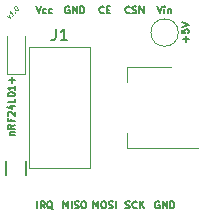
<source format=gto>
G04 #@! TF.FileFunction,Legend,Top*
%FSLAX46Y46*%
G04 Gerber Fmt 4.6, Leading zero omitted, Abs format (unit mm)*
G04 Created by KiCad (PCBNEW 4.0.7) date 2018 April 02, Monday 02:54:30*
%MOMM*%
%LPD*%
G01*
G04 APERTURE LIST*
%ADD10C,0.100000*%
%ADD11C,0.150000*%
%ADD12C,0.120000*%
G04 APERTURE END LIST*
D10*
X175151077Y-107950000D02*
G75*
G03X175151077Y-107950000I-1161077J0D01*
G01*
D11*
X175810857Y-108721429D02*
X175810857Y-108264286D01*
X176039429Y-108492857D02*
X175582286Y-108492857D01*
X175439429Y-107692858D02*
X175439429Y-107978572D01*
X175725143Y-108007143D01*
X175696571Y-107978572D01*
X175668000Y-107921429D01*
X175668000Y-107778572D01*
X175696571Y-107721429D01*
X175725143Y-107692858D01*
X175782286Y-107664286D01*
X175925143Y-107664286D01*
X175982286Y-107692858D01*
X176010857Y-107721429D01*
X176039429Y-107778572D01*
X176039429Y-107921429D01*
X176010857Y-107978572D01*
X175982286Y-108007143D01*
X175439429Y-107492857D02*
X176039429Y-107292857D01*
X175439429Y-107092857D01*
D10*
X160660051Y-106553731D02*
X160892386Y-106698519D01*
X160794738Y-106419044D01*
X161215635Y-106375270D02*
X161054010Y-106536895D01*
X161134822Y-106456083D02*
X160887335Y-106137885D01*
X160895753Y-106210279D01*
X160892386Y-106267521D01*
X160877233Y-106309611D01*
X161313282Y-106223748D02*
X161338537Y-106225431D01*
X161336852Y-106254052D01*
X161311599Y-106252369D01*
X161313282Y-106223748D01*
X161336852Y-106254052D01*
X161277927Y-105747292D02*
X161304864Y-105720355D01*
X161343587Y-105708570D01*
X161368841Y-105710254D01*
X161405880Y-105727090D01*
X161466488Y-105774230D01*
X161525415Y-105849991D01*
X161559086Y-105924070D01*
X161569188Y-105967842D01*
X161567504Y-105996464D01*
X161552352Y-106038553D01*
X161525415Y-106065490D01*
X161486692Y-106077276D01*
X161461438Y-106075592D01*
X161424399Y-106058756D01*
X161363790Y-106011616D01*
X161304864Y-105935855D01*
X161271193Y-105861777D01*
X161261092Y-105818004D01*
X161262775Y-105789383D01*
X161277927Y-105747292D01*
D11*
X160907429Y-116615858D02*
X161307429Y-116615858D01*
X160964571Y-116615858D02*
X160936000Y-116587286D01*
X160907429Y-116530144D01*
X160907429Y-116444429D01*
X160936000Y-116387286D01*
X160993143Y-116358715D01*
X161307429Y-116358715D01*
X161307429Y-115730144D02*
X161021714Y-115930144D01*
X161307429Y-116073001D02*
X160707429Y-116073001D01*
X160707429Y-115844429D01*
X160736000Y-115787287D01*
X160764571Y-115758715D01*
X160821714Y-115730144D01*
X160907429Y-115730144D01*
X160964571Y-115758715D01*
X160993143Y-115787287D01*
X161021714Y-115844429D01*
X161021714Y-116073001D01*
X160993143Y-115273001D02*
X160993143Y-115473001D01*
X161307429Y-115473001D02*
X160707429Y-115473001D01*
X160707429Y-115187287D01*
X160764571Y-114987286D02*
X160736000Y-114958715D01*
X160707429Y-114901572D01*
X160707429Y-114758715D01*
X160736000Y-114701572D01*
X160764571Y-114673001D01*
X160821714Y-114644429D01*
X160878857Y-114644429D01*
X160964571Y-114673001D01*
X161307429Y-115015858D01*
X161307429Y-114644429D01*
X160907429Y-114130143D02*
X161307429Y-114130143D01*
X160678857Y-114273000D02*
X161107429Y-114415857D01*
X161107429Y-114044429D01*
X161307429Y-113530143D02*
X161307429Y-113815857D01*
X160707429Y-113815857D01*
X160707429Y-113215857D02*
X160707429Y-113158714D01*
X160736000Y-113101571D01*
X160764571Y-113073000D01*
X160821714Y-113044429D01*
X160936000Y-113015857D01*
X161078857Y-113015857D01*
X161193143Y-113044429D01*
X161250286Y-113073000D01*
X161278857Y-113101571D01*
X161307429Y-113158714D01*
X161307429Y-113215857D01*
X161278857Y-113273000D01*
X161250286Y-113301571D01*
X161193143Y-113330143D01*
X161078857Y-113358714D01*
X160936000Y-113358714D01*
X160821714Y-113330143D01*
X160764571Y-113301571D01*
X160736000Y-113273000D01*
X160707429Y-113215857D01*
X161307429Y-112444428D02*
X161307429Y-112787285D01*
X161307429Y-112615857D02*
X160707429Y-112615857D01*
X160793143Y-112673000D01*
X160850286Y-112730142D01*
X160878857Y-112787285D01*
X161078857Y-112187285D02*
X161078857Y-111730142D01*
X161307429Y-111958713D02*
X160850286Y-111958713D01*
X165912858Y-105745000D02*
X165855715Y-105716429D01*
X165770001Y-105716429D01*
X165684286Y-105745000D01*
X165627144Y-105802143D01*
X165598572Y-105859286D01*
X165570001Y-105973571D01*
X165570001Y-106059286D01*
X165598572Y-106173571D01*
X165627144Y-106230714D01*
X165684286Y-106287857D01*
X165770001Y-106316429D01*
X165827144Y-106316429D01*
X165912858Y-106287857D01*
X165941429Y-106259286D01*
X165941429Y-106059286D01*
X165827144Y-106059286D01*
X166198572Y-106316429D02*
X166198572Y-105716429D01*
X166541429Y-106316429D01*
X166541429Y-105716429D01*
X166827143Y-106316429D02*
X166827143Y-105716429D01*
X166970000Y-105716429D01*
X167055715Y-105745000D01*
X167112857Y-105802143D01*
X167141429Y-105859286D01*
X167170000Y-105973571D01*
X167170000Y-106059286D01*
X167141429Y-106173571D01*
X167112857Y-106230714D01*
X167055715Y-106287857D01*
X166970000Y-106316429D01*
X166827143Y-106316429D01*
X163115714Y-105716429D02*
X163315714Y-106316429D01*
X163515714Y-105716429D01*
X163972857Y-106287857D02*
X163915714Y-106316429D01*
X163801428Y-106316429D01*
X163744286Y-106287857D01*
X163715714Y-106259286D01*
X163687143Y-106202143D01*
X163687143Y-106030714D01*
X163715714Y-105973571D01*
X163744286Y-105945000D01*
X163801428Y-105916429D01*
X163915714Y-105916429D01*
X163972857Y-105945000D01*
X164487143Y-106287857D02*
X164430000Y-106316429D01*
X164315714Y-106316429D01*
X164258572Y-106287857D01*
X164230000Y-106259286D01*
X164201429Y-106202143D01*
X164201429Y-106030714D01*
X164230000Y-105973571D01*
X164258572Y-105945000D01*
X164315714Y-105916429D01*
X164430000Y-105916429D01*
X164487143Y-105945000D01*
X171035714Y-106259286D02*
X171007143Y-106287857D01*
X170921429Y-106316429D01*
X170864286Y-106316429D01*
X170778571Y-106287857D01*
X170721429Y-106230714D01*
X170692857Y-106173571D01*
X170664286Y-106059286D01*
X170664286Y-105973571D01*
X170692857Y-105859286D01*
X170721429Y-105802143D01*
X170778571Y-105745000D01*
X170864286Y-105716429D01*
X170921429Y-105716429D01*
X171007143Y-105745000D01*
X171035714Y-105773571D01*
X171264286Y-106287857D02*
X171350000Y-106316429D01*
X171492857Y-106316429D01*
X171550000Y-106287857D01*
X171578571Y-106259286D01*
X171607143Y-106202143D01*
X171607143Y-106145000D01*
X171578571Y-106087857D01*
X171550000Y-106059286D01*
X171492857Y-106030714D01*
X171378571Y-106002143D01*
X171321429Y-105973571D01*
X171292857Y-105945000D01*
X171264286Y-105887857D01*
X171264286Y-105830714D01*
X171292857Y-105773571D01*
X171321429Y-105745000D01*
X171378571Y-105716429D01*
X171521429Y-105716429D01*
X171607143Y-105745000D01*
X171864286Y-106316429D02*
X171864286Y-105716429D01*
X172207143Y-106316429D01*
X172207143Y-105716429D01*
X167967143Y-122826429D02*
X167967143Y-122226429D01*
X168167143Y-122655000D01*
X168367143Y-122226429D01*
X168367143Y-122826429D01*
X168767143Y-122226429D02*
X168881429Y-122226429D01*
X168938571Y-122255000D01*
X168995714Y-122312143D01*
X169024286Y-122426429D01*
X169024286Y-122626429D01*
X168995714Y-122740714D01*
X168938571Y-122797857D01*
X168881429Y-122826429D01*
X168767143Y-122826429D01*
X168710000Y-122797857D01*
X168652857Y-122740714D01*
X168624286Y-122626429D01*
X168624286Y-122426429D01*
X168652857Y-122312143D01*
X168710000Y-122255000D01*
X168767143Y-122226429D01*
X169252857Y-122797857D02*
X169338571Y-122826429D01*
X169481428Y-122826429D01*
X169538571Y-122797857D01*
X169567142Y-122769286D01*
X169595714Y-122712143D01*
X169595714Y-122655000D01*
X169567142Y-122597857D01*
X169538571Y-122569286D01*
X169481428Y-122540714D01*
X169367142Y-122512143D01*
X169310000Y-122483571D01*
X169281428Y-122455000D01*
X169252857Y-122397857D01*
X169252857Y-122340714D01*
X169281428Y-122283571D01*
X169310000Y-122255000D01*
X169367142Y-122226429D01*
X169510000Y-122226429D01*
X169595714Y-122255000D01*
X169852857Y-122826429D02*
X169852857Y-122226429D01*
X163215715Y-122826429D02*
X163215715Y-122226429D01*
X163844286Y-122826429D02*
X163644286Y-122540714D01*
X163501429Y-122826429D02*
X163501429Y-122226429D01*
X163730001Y-122226429D01*
X163787143Y-122255000D01*
X163815715Y-122283571D01*
X163844286Y-122340714D01*
X163844286Y-122426429D01*
X163815715Y-122483571D01*
X163787143Y-122512143D01*
X163730001Y-122540714D01*
X163501429Y-122540714D01*
X164501429Y-122883571D02*
X164444286Y-122855000D01*
X164387143Y-122797857D01*
X164301429Y-122712143D01*
X164244286Y-122683571D01*
X164187143Y-122683571D01*
X164215715Y-122826429D02*
X164158572Y-122797857D01*
X164101429Y-122740714D01*
X164072858Y-122626429D01*
X164072858Y-122426429D01*
X164101429Y-122312143D01*
X164158572Y-122255000D01*
X164215715Y-122226429D01*
X164330001Y-122226429D01*
X164387143Y-122255000D01*
X164444286Y-122312143D01*
X164472858Y-122426429D01*
X164472858Y-122626429D01*
X164444286Y-122740714D01*
X164387143Y-122797857D01*
X164330001Y-122826429D01*
X164215715Y-122826429D01*
X173375715Y-105716429D02*
X173575715Y-106316429D01*
X173775715Y-105716429D01*
X173975715Y-106316429D02*
X173975715Y-105916429D01*
X173975715Y-105716429D02*
X173947144Y-105745000D01*
X173975715Y-105773571D01*
X174004287Y-105745000D01*
X173975715Y-105716429D01*
X173975715Y-105773571D01*
X174261429Y-105916429D02*
X174261429Y-106316429D01*
X174261429Y-105973571D02*
X174290001Y-105945000D01*
X174347143Y-105916429D01*
X174432858Y-105916429D01*
X174490001Y-105945000D01*
X174518572Y-106002143D01*
X174518572Y-106316429D01*
X173532858Y-122255000D02*
X173475715Y-122226429D01*
X173390001Y-122226429D01*
X173304286Y-122255000D01*
X173247144Y-122312143D01*
X173218572Y-122369286D01*
X173190001Y-122483571D01*
X173190001Y-122569286D01*
X173218572Y-122683571D01*
X173247144Y-122740714D01*
X173304286Y-122797857D01*
X173390001Y-122826429D01*
X173447144Y-122826429D01*
X173532858Y-122797857D01*
X173561429Y-122769286D01*
X173561429Y-122569286D01*
X173447144Y-122569286D01*
X173818572Y-122826429D02*
X173818572Y-122226429D01*
X174161429Y-122826429D01*
X174161429Y-122226429D01*
X174447143Y-122826429D02*
X174447143Y-122226429D01*
X174590000Y-122226429D01*
X174675715Y-122255000D01*
X174732857Y-122312143D01*
X174761429Y-122369286D01*
X174790000Y-122483571D01*
X174790000Y-122569286D01*
X174761429Y-122683571D01*
X174732857Y-122740714D01*
X174675715Y-122797857D01*
X174590000Y-122826429D01*
X174447143Y-122826429D01*
X165427143Y-122826429D02*
X165427143Y-122226429D01*
X165627143Y-122655000D01*
X165827143Y-122226429D01*
X165827143Y-122826429D01*
X166112857Y-122826429D02*
X166112857Y-122226429D01*
X166370000Y-122797857D02*
X166455714Y-122826429D01*
X166598571Y-122826429D01*
X166655714Y-122797857D01*
X166684285Y-122769286D01*
X166712857Y-122712143D01*
X166712857Y-122655000D01*
X166684285Y-122597857D01*
X166655714Y-122569286D01*
X166598571Y-122540714D01*
X166484285Y-122512143D01*
X166427143Y-122483571D01*
X166398571Y-122455000D01*
X166370000Y-122397857D01*
X166370000Y-122340714D01*
X166398571Y-122283571D01*
X166427143Y-122255000D01*
X166484285Y-122226429D01*
X166627143Y-122226429D01*
X166712857Y-122255000D01*
X167084286Y-122226429D02*
X167198572Y-122226429D01*
X167255714Y-122255000D01*
X167312857Y-122312143D01*
X167341429Y-122426429D01*
X167341429Y-122626429D01*
X167312857Y-122740714D01*
X167255714Y-122797857D01*
X167198572Y-122826429D01*
X167084286Y-122826429D01*
X167027143Y-122797857D01*
X166970000Y-122740714D01*
X166941429Y-122626429D01*
X166941429Y-122426429D01*
X166970000Y-122312143D01*
X167027143Y-122255000D01*
X167084286Y-122226429D01*
X170678572Y-122797857D02*
X170764286Y-122826429D01*
X170907143Y-122826429D01*
X170964286Y-122797857D01*
X170992857Y-122769286D01*
X171021429Y-122712143D01*
X171021429Y-122655000D01*
X170992857Y-122597857D01*
X170964286Y-122569286D01*
X170907143Y-122540714D01*
X170792857Y-122512143D01*
X170735715Y-122483571D01*
X170707143Y-122455000D01*
X170678572Y-122397857D01*
X170678572Y-122340714D01*
X170707143Y-122283571D01*
X170735715Y-122255000D01*
X170792857Y-122226429D01*
X170935715Y-122226429D01*
X171021429Y-122255000D01*
X171621429Y-122769286D02*
X171592858Y-122797857D01*
X171507144Y-122826429D01*
X171450001Y-122826429D01*
X171364286Y-122797857D01*
X171307144Y-122740714D01*
X171278572Y-122683571D01*
X171250001Y-122569286D01*
X171250001Y-122483571D01*
X171278572Y-122369286D01*
X171307144Y-122312143D01*
X171364286Y-122255000D01*
X171450001Y-122226429D01*
X171507144Y-122226429D01*
X171592858Y-122255000D01*
X171621429Y-122283571D01*
X171878572Y-122826429D02*
X171878572Y-122226429D01*
X172221429Y-122826429D02*
X171964286Y-122483571D01*
X172221429Y-122226429D02*
X171878572Y-122569286D01*
X168824286Y-106259286D02*
X168795715Y-106287857D01*
X168710001Y-106316429D01*
X168652858Y-106316429D01*
X168567143Y-106287857D01*
X168510001Y-106230714D01*
X168481429Y-106173571D01*
X168452858Y-106059286D01*
X168452858Y-105973571D01*
X168481429Y-105859286D01*
X168510001Y-105802143D01*
X168567143Y-105745000D01*
X168652858Y-105716429D01*
X168710001Y-105716429D01*
X168795715Y-105745000D01*
X168824286Y-105773571D01*
X169081429Y-106002143D02*
X169281429Y-106002143D01*
X169367143Y-106316429D02*
X169081429Y-106316429D01*
X169081429Y-105716429D01*
X169367143Y-105716429D01*
D12*
X170810000Y-110890000D02*
X170810000Y-112150000D01*
X170810000Y-117710000D02*
X170810000Y-116450000D01*
X174570000Y-110890000D02*
X170810000Y-110890000D01*
X176820000Y-117710000D02*
X170810000Y-117710000D01*
X167700000Y-109220000D02*
X167700000Y-119440000D01*
X167700000Y-119440000D02*
X162500000Y-119440000D01*
X162500000Y-119440000D02*
X162500000Y-109160000D01*
X162500000Y-109160000D02*
X167700000Y-109160000D01*
X162167000Y-108220000D02*
X162167000Y-111420000D01*
X160667000Y-111420000D02*
X160667000Y-108220000D01*
X160667000Y-111420000D02*
X162167000Y-111420000D01*
D11*
X160542000Y-119980000D02*
X160542000Y-118780000D01*
X162292000Y-118780000D02*
X162292000Y-119980000D01*
X164766667Y-107612381D02*
X164766667Y-108326667D01*
X164719047Y-108469524D01*
X164623809Y-108564762D01*
X164480952Y-108612381D01*
X164385714Y-108612381D01*
X165766667Y-108612381D02*
X165195238Y-108612381D01*
X165480952Y-108612381D02*
X165480952Y-107612381D01*
X165385714Y-107755238D01*
X165290476Y-107850476D01*
X165195238Y-107898095D01*
M02*

</source>
